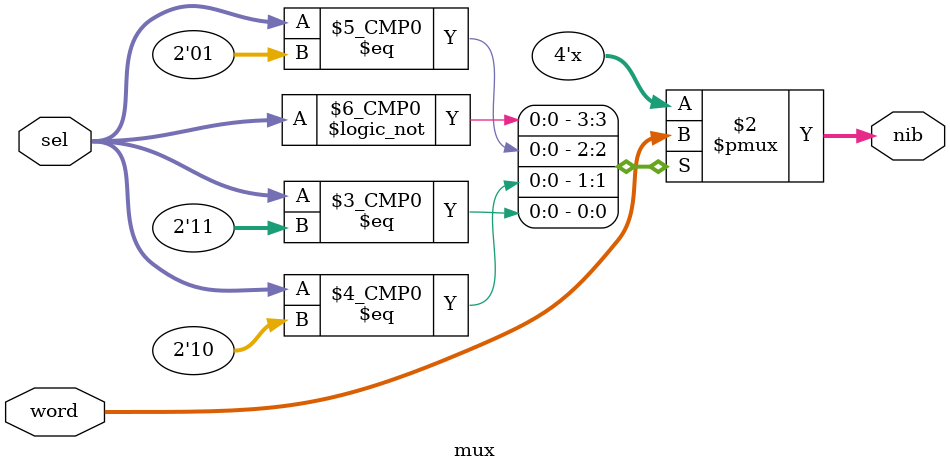
<source format=sv>
module mux (
    input logic [15:0] word,
    input logic [1:0] sel,
    output logic [3:0] nib
);
    always_comb begin
        unique case (sel)
            2'b00 : nib = word[15:12];
            2'b01 : nib = word[11:8];
            2'b10 : nib = word[7:4];
            2'b11 : nib = word[3:0];
            default: nib = 4'bxxxx;
        endcase
    end
endmodule
</source>
